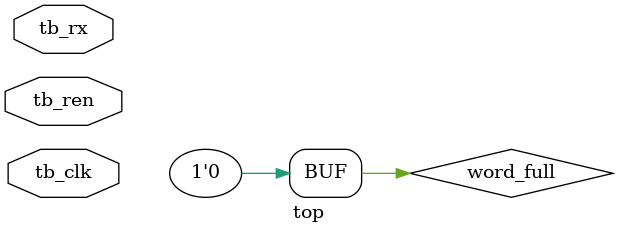
<source format=v>
`include "rx.v"
`include "byte_fifo.v"
`include "packer.v"

module top#(  parameter TB_DATA_WIDTH = 8,
              parameter TB_CLK_FREQ = 100_000_000,
              parameter TB_BAUD_RATE = 115200,
              parameter TB_DEPTH = 8,
              parameter TB_WORD_WIDTH = 128) 
              (input tb_clk,
               input tb_rx,
               input tb_ren);
  
  //UART signals
  wire [TB_DATA_WIDTH - 1 : 0]rx_result;
  wire rx_done;
  wire sync_full,sync_empty;
  wire tb_wen;
  assign tb_wen = (rx_done && !sync_full) ? 1'b1 : 1'b0; 

  //SYNC FIFO signals
  wire full,empty;
  wire [TB_DATA_WIDTH - 1 :0]sync_out;

  //packer signals
  wire [TB_WORD_WIDTH-1:0]word_out;
  wire word_packed_done;    //will be used for write enable in wword fifo
  wire word_full = 0;
  wire packer_ren;
  
  rx #(.DATA_WIDTH(TB_DATA_WIDTH),.CLK_FREQ(TB_CLK_FREQ),.BAUD_RATE(TB_BAUD_RATE)) RX_DUT (.clk(tb_clk),.rx(tb_rx),.result(rx_result),.done(rx_done));
  
  sync_fifo #(.DATA_WIDTH(TB_DATA_WIDTH),.DEPTH(TB_DEPTH)) SYNC_FIFO_DUT (.clk(tb_clk),.rst(1'b1),.r_en(packer_ren),.w_en(tb_wen),.data_in(rx_result),.data_out(sync_out),.full(sync_full),.empty(sync_empty));
  
  packer #(.DATA_WIDTH(TB_DATA_WIDTH),.WORD_WIDTH(TB_WORD_WIDTH)) PACKER_DUT (.data_in(sync_out),.clk(tb_clk),.check_empty(sync_empty),.word_fifo_full(word_full),.data_out(word_out),.packed_done(word_packed_done),.read_enable(packer_ren));

//   module packer#(parameter DATA_WIDTH = 8,
//                parameter WORD_WIDTH = 128)
//              (input [DATA_WIDTH-1:0]data_in,
//               input clk,
//               input check_empty,
//               input word_fifo_full, //mostly would not ever be full
//               output reg [WORD_WIDTH-1:0]data_out,
//               output reg packed_done,   //work as write enable for word fifo
//               output read_enable);

endmodule
</source>
